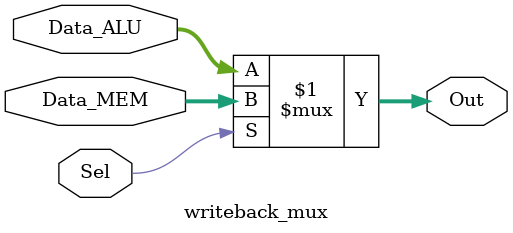
<source format=v>
`timescale 1ns / 1ps

module writeback_mux (
    input  wire [31:0] Data_ALU, Data_MEM,
    input  wire        Sel, // MemToReg control
    output wire [31:0] Out
);
    assign Out = Sel ? Data_MEM : Data_ALU; // Simple mux between ALU result and memory data
endmodule

</source>
